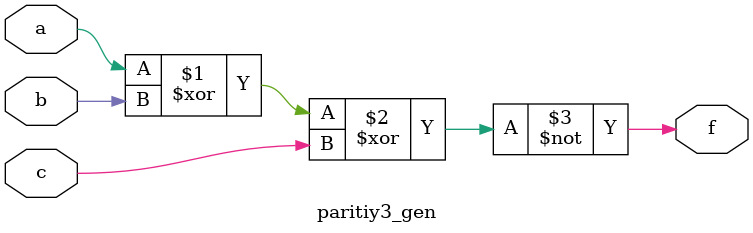
<source format=v>
/*--  *******************************************************
--  Computer Architecture Course, Laboratory Sources 
--  Amirkabir University of Technology (Tehran Polytechnic)
--  Department of Computer Engineering (CE-AUT)
--  https://ce[dot]aut[dot]ac[dot]ir
--  *******************************************************
--  All Rights reserved (C) 2019-2020
--  *******************************************************
--  Student ID  : 
--  Student Name: 
--  Student Mail: 
--  *******************************************************
--  Additional Comments:
--
--*/

/*-----------------------------------------------------------
---  Module Name: Paritiy Generator
---  Description: Lab 04 Part 2
-----------------------------------------------------------*/
`timescale 1 ns/1 ns

module paritiy3_gen (
	input a,
	input b,
	input c,
	output f	
);
	xnor xn(f, a, b, c);
	
endmodule
</source>
